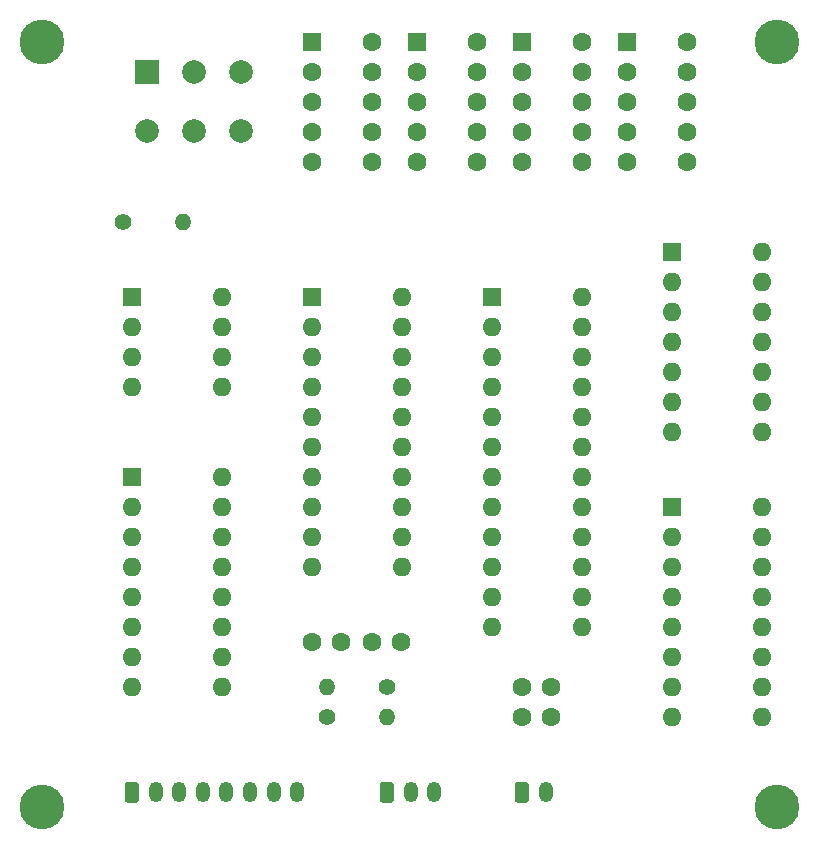
<source format=gbr>
G04 #@! TF.GenerationSoftware,KiCad,Pcbnew,(5.1.2-1)-1*
G04 #@! TF.CreationDate,2019-08-26T08:20:16+10:00*
G04 #@! TF.ProjectId,output-register,6f757470-7574-42d7-9265-676973746572,rev?*
G04 #@! TF.SameCoordinates,Original*
G04 #@! TF.FileFunction,Soldermask,Bot*
G04 #@! TF.FilePolarity,Negative*
%FSLAX46Y46*%
G04 Gerber Fmt 4.6, Leading zero omitted, Abs format (unit mm)*
G04 Created by KiCad (PCBNEW (5.1.2-1)-1) date 2019-08-26 08:20:16*
%MOMM*%
%LPD*%
G04 APERTURE LIST*
%ADD10R,1.600000X1.600000*%
%ADD11O,1.600000X1.600000*%
%ADD12C,3.790000*%
%ADD13C,1.600000*%
%ADD14C,0.100000*%
%ADD15C,1.200000*%
%ADD16O,1.200000X1.750000*%
%ADD17C,1.400000*%
%ADD18O,1.400000X1.400000*%
%ADD19R,2.000000X2.000000*%
%ADD20C,2.000000*%
G04 APERTURE END LIST*
D10*
X167132000Y-84328000D03*
D11*
X174752000Y-99568000D03*
X167132000Y-86868000D03*
X174752000Y-97028000D03*
X167132000Y-89408000D03*
X174752000Y-94488000D03*
X167132000Y-91948000D03*
X174752000Y-91948000D03*
X167132000Y-94488000D03*
X174752000Y-89408000D03*
X167132000Y-97028000D03*
X174752000Y-86868000D03*
X167132000Y-99568000D03*
X174752000Y-84328000D03*
D12*
X176022000Y-131318000D03*
X176022000Y-66548000D03*
X113792000Y-131318000D03*
X113792000Y-66548000D03*
D13*
X139152000Y-117348000D03*
X136652000Y-117348000D03*
X141732000Y-117348000D03*
X144232000Y-117348000D03*
X154432000Y-123698000D03*
X156932000Y-123698000D03*
X156932000Y-121158000D03*
X154432000Y-121158000D03*
D14*
G36*
X121786505Y-129174204D02*
G01*
X121810773Y-129177804D01*
X121834572Y-129183765D01*
X121857671Y-129192030D01*
X121879850Y-129202520D01*
X121900893Y-129215132D01*
X121920599Y-129229747D01*
X121938777Y-129246223D01*
X121955253Y-129264401D01*
X121969868Y-129284107D01*
X121982480Y-129305150D01*
X121992970Y-129327329D01*
X122001235Y-129350428D01*
X122007196Y-129374227D01*
X122010796Y-129398495D01*
X122012000Y-129422999D01*
X122012000Y-130673001D01*
X122010796Y-130697505D01*
X122007196Y-130721773D01*
X122001235Y-130745572D01*
X121992970Y-130768671D01*
X121982480Y-130790850D01*
X121969868Y-130811893D01*
X121955253Y-130831599D01*
X121938777Y-130849777D01*
X121920599Y-130866253D01*
X121900893Y-130880868D01*
X121879850Y-130893480D01*
X121857671Y-130903970D01*
X121834572Y-130912235D01*
X121810773Y-130918196D01*
X121786505Y-130921796D01*
X121762001Y-130923000D01*
X121061999Y-130923000D01*
X121037495Y-130921796D01*
X121013227Y-130918196D01*
X120989428Y-130912235D01*
X120966329Y-130903970D01*
X120944150Y-130893480D01*
X120923107Y-130880868D01*
X120903401Y-130866253D01*
X120885223Y-130849777D01*
X120868747Y-130831599D01*
X120854132Y-130811893D01*
X120841520Y-130790850D01*
X120831030Y-130768671D01*
X120822765Y-130745572D01*
X120816804Y-130721773D01*
X120813204Y-130697505D01*
X120812000Y-130673001D01*
X120812000Y-129422999D01*
X120813204Y-129398495D01*
X120816804Y-129374227D01*
X120822765Y-129350428D01*
X120831030Y-129327329D01*
X120841520Y-129305150D01*
X120854132Y-129284107D01*
X120868747Y-129264401D01*
X120885223Y-129246223D01*
X120903401Y-129229747D01*
X120923107Y-129215132D01*
X120944150Y-129202520D01*
X120966329Y-129192030D01*
X120989428Y-129183765D01*
X121013227Y-129177804D01*
X121037495Y-129174204D01*
X121061999Y-129173000D01*
X121762001Y-129173000D01*
X121786505Y-129174204D01*
X121786505Y-129174204D01*
G37*
D15*
X121412000Y-130048000D03*
D16*
X123412000Y-130048000D03*
X125412000Y-130048000D03*
X127412000Y-130048000D03*
X129412000Y-130048000D03*
X131412000Y-130048000D03*
X133412000Y-130048000D03*
X135412000Y-130048000D03*
D14*
G36*
X154806505Y-129174204D02*
G01*
X154830773Y-129177804D01*
X154854572Y-129183765D01*
X154877671Y-129192030D01*
X154899850Y-129202520D01*
X154920893Y-129215132D01*
X154940599Y-129229747D01*
X154958777Y-129246223D01*
X154975253Y-129264401D01*
X154989868Y-129284107D01*
X155002480Y-129305150D01*
X155012970Y-129327329D01*
X155021235Y-129350428D01*
X155027196Y-129374227D01*
X155030796Y-129398495D01*
X155032000Y-129422999D01*
X155032000Y-130673001D01*
X155030796Y-130697505D01*
X155027196Y-130721773D01*
X155021235Y-130745572D01*
X155012970Y-130768671D01*
X155002480Y-130790850D01*
X154989868Y-130811893D01*
X154975253Y-130831599D01*
X154958777Y-130849777D01*
X154940599Y-130866253D01*
X154920893Y-130880868D01*
X154899850Y-130893480D01*
X154877671Y-130903970D01*
X154854572Y-130912235D01*
X154830773Y-130918196D01*
X154806505Y-130921796D01*
X154782001Y-130923000D01*
X154081999Y-130923000D01*
X154057495Y-130921796D01*
X154033227Y-130918196D01*
X154009428Y-130912235D01*
X153986329Y-130903970D01*
X153964150Y-130893480D01*
X153943107Y-130880868D01*
X153923401Y-130866253D01*
X153905223Y-130849777D01*
X153888747Y-130831599D01*
X153874132Y-130811893D01*
X153861520Y-130790850D01*
X153851030Y-130768671D01*
X153842765Y-130745572D01*
X153836804Y-130721773D01*
X153833204Y-130697505D01*
X153832000Y-130673001D01*
X153832000Y-129422999D01*
X153833204Y-129398495D01*
X153836804Y-129374227D01*
X153842765Y-129350428D01*
X153851030Y-129327329D01*
X153861520Y-129305150D01*
X153874132Y-129284107D01*
X153888747Y-129264401D01*
X153905223Y-129246223D01*
X153923401Y-129229747D01*
X153943107Y-129215132D01*
X153964150Y-129202520D01*
X153986329Y-129192030D01*
X154009428Y-129183765D01*
X154033227Y-129177804D01*
X154057495Y-129174204D01*
X154081999Y-129173000D01*
X154782001Y-129173000D01*
X154806505Y-129174204D01*
X154806505Y-129174204D01*
G37*
D15*
X154432000Y-130048000D03*
D16*
X156432000Y-130048000D03*
D14*
G36*
X143376505Y-129174204D02*
G01*
X143400773Y-129177804D01*
X143424572Y-129183765D01*
X143447671Y-129192030D01*
X143469850Y-129202520D01*
X143490893Y-129215132D01*
X143510599Y-129229747D01*
X143528777Y-129246223D01*
X143545253Y-129264401D01*
X143559868Y-129284107D01*
X143572480Y-129305150D01*
X143582970Y-129327329D01*
X143591235Y-129350428D01*
X143597196Y-129374227D01*
X143600796Y-129398495D01*
X143602000Y-129422999D01*
X143602000Y-130673001D01*
X143600796Y-130697505D01*
X143597196Y-130721773D01*
X143591235Y-130745572D01*
X143582970Y-130768671D01*
X143572480Y-130790850D01*
X143559868Y-130811893D01*
X143545253Y-130831599D01*
X143528777Y-130849777D01*
X143510599Y-130866253D01*
X143490893Y-130880868D01*
X143469850Y-130893480D01*
X143447671Y-130903970D01*
X143424572Y-130912235D01*
X143400773Y-130918196D01*
X143376505Y-130921796D01*
X143352001Y-130923000D01*
X142651999Y-130923000D01*
X142627495Y-130921796D01*
X142603227Y-130918196D01*
X142579428Y-130912235D01*
X142556329Y-130903970D01*
X142534150Y-130893480D01*
X142513107Y-130880868D01*
X142493401Y-130866253D01*
X142475223Y-130849777D01*
X142458747Y-130831599D01*
X142444132Y-130811893D01*
X142431520Y-130790850D01*
X142421030Y-130768671D01*
X142412765Y-130745572D01*
X142406804Y-130721773D01*
X142403204Y-130697505D01*
X142402000Y-130673001D01*
X142402000Y-129422999D01*
X142403204Y-129398495D01*
X142406804Y-129374227D01*
X142412765Y-129350428D01*
X142421030Y-129327329D01*
X142431520Y-129305150D01*
X142444132Y-129284107D01*
X142458747Y-129264401D01*
X142475223Y-129246223D01*
X142493401Y-129229747D01*
X142513107Y-129215132D01*
X142534150Y-129202520D01*
X142556329Y-129192030D01*
X142579428Y-129183765D01*
X142603227Y-129177804D01*
X142627495Y-129174204D01*
X142651999Y-129173000D01*
X143352001Y-129173000D01*
X143376505Y-129174204D01*
X143376505Y-129174204D01*
G37*
D15*
X143002000Y-130048000D03*
D16*
X145002000Y-130048000D03*
X147002000Y-130048000D03*
D17*
X120650000Y-81788000D03*
D18*
X125730000Y-81788000D03*
D17*
X143002000Y-121158000D03*
D18*
X137922000Y-121158000D03*
X143002000Y-123698000D03*
D17*
X137922000Y-123698000D03*
D19*
X122682000Y-69088000D03*
D20*
X126682000Y-69088000D03*
X130682000Y-69088000D03*
X122682000Y-74088000D03*
X126682000Y-74088000D03*
X130682000Y-74088000D03*
D10*
X121412000Y-88138000D03*
D11*
X129032000Y-95758000D03*
X121412000Y-90678000D03*
X129032000Y-93218000D03*
X121412000Y-93218000D03*
X129032000Y-90678000D03*
X121412000Y-95758000D03*
X129032000Y-88138000D03*
D10*
X136652000Y-88138000D03*
D11*
X144272000Y-110998000D03*
X136652000Y-90678000D03*
X144272000Y-108458000D03*
X136652000Y-93218000D03*
X144272000Y-105918000D03*
X136652000Y-95758000D03*
X144272000Y-103378000D03*
X136652000Y-98298000D03*
X144272000Y-100838000D03*
X136652000Y-100838000D03*
X144272000Y-98298000D03*
X136652000Y-103378000D03*
X144272000Y-95758000D03*
X136652000Y-105918000D03*
X144272000Y-93218000D03*
X136652000Y-108458000D03*
X144272000Y-90678000D03*
X136652000Y-110998000D03*
X144272000Y-88138000D03*
X129032000Y-103378000D03*
X121412000Y-121158000D03*
X129032000Y-105918000D03*
X121412000Y-118618000D03*
X129032000Y-108458000D03*
X121412000Y-116078000D03*
X129032000Y-110998000D03*
X121412000Y-113538000D03*
X129032000Y-113538000D03*
X121412000Y-110998000D03*
X129032000Y-116078000D03*
X121412000Y-108458000D03*
X129032000Y-118618000D03*
X121412000Y-105918000D03*
X129032000Y-121158000D03*
D10*
X121412000Y-103378000D03*
X151892000Y-88138000D03*
D11*
X159512000Y-116078000D03*
X151892000Y-90678000D03*
X159512000Y-113538000D03*
X151892000Y-93218000D03*
X159512000Y-110998000D03*
X151892000Y-95758000D03*
X159512000Y-108458000D03*
X151892000Y-98298000D03*
X159512000Y-105918000D03*
X151892000Y-100838000D03*
X159512000Y-103378000D03*
X151892000Y-103378000D03*
X159512000Y-100838000D03*
X151892000Y-105918000D03*
X159512000Y-98298000D03*
X151892000Y-108458000D03*
X159512000Y-95758000D03*
X151892000Y-110998000D03*
X159512000Y-93218000D03*
X151892000Y-113538000D03*
X159512000Y-90678000D03*
X151892000Y-116078000D03*
X159512000Y-88138000D03*
D10*
X167132000Y-105918000D03*
D11*
X174752000Y-123698000D03*
X167132000Y-108458000D03*
X174752000Y-121158000D03*
X167132000Y-110998000D03*
X174752000Y-118618000D03*
X167132000Y-113538000D03*
X174752000Y-116078000D03*
X167132000Y-116078000D03*
X174752000Y-113538000D03*
X167132000Y-118618000D03*
X174752000Y-110998000D03*
X167132000Y-121158000D03*
X174752000Y-108458000D03*
X167132000Y-123698000D03*
X174752000Y-105918000D03*
D13*
X141732000Y-66548000D03*
X141732000Y-69088000D03*
X141732000Y-71628000D03*
X141732000Y-74168000D03*
X141732000Y-76708000D03*
X136652000Y-76708000D03*
X136652000Y-74168000D03*
X136652000Y-71628000D03*
X136652000Y-69088000D03*
D10*
X136652000Y-66548000D03*
X145542000Y-66548000D03*
D13*
X145542000Y-69088000D03*
X145542000Y-71628000D03*
X145542000Y-74168000D03*
X145542000Y-76708000D03*
X150622000Y-76708000D03*
X150622000Y-74168000D03*
X150622000Y-71628000D03*
X150622000Y-69088000D03*
X150622000Y-66548000D03*
X159512000Y-66548000D03*
X159512000Y-69088000D03*
X159512000Y-71628000D03*
X159512000Y-74168000D03*
X159512000Y-76708000D03*
X154432000Y-76708000D03*
X154432000Y-74168000D03*
X154432000Y-71628000D03*
X154432000Y-69088000D03*
D10*
X154432000Y-66548000D03*
X163322000Y-66548000D03*
D13*
X163322000Y-69088000D03*
X163322000Y-71628000D03*
X163322000Y-74168000D03*
X163322000Y-76708000D03*
X168402000Y-76708000D03*
X168402000Y-74168000D03*
X168402000Y-71628000D03*
X168402000Y-69088000D03*
X168402000Y-66548000D03*
M02*

</source>
